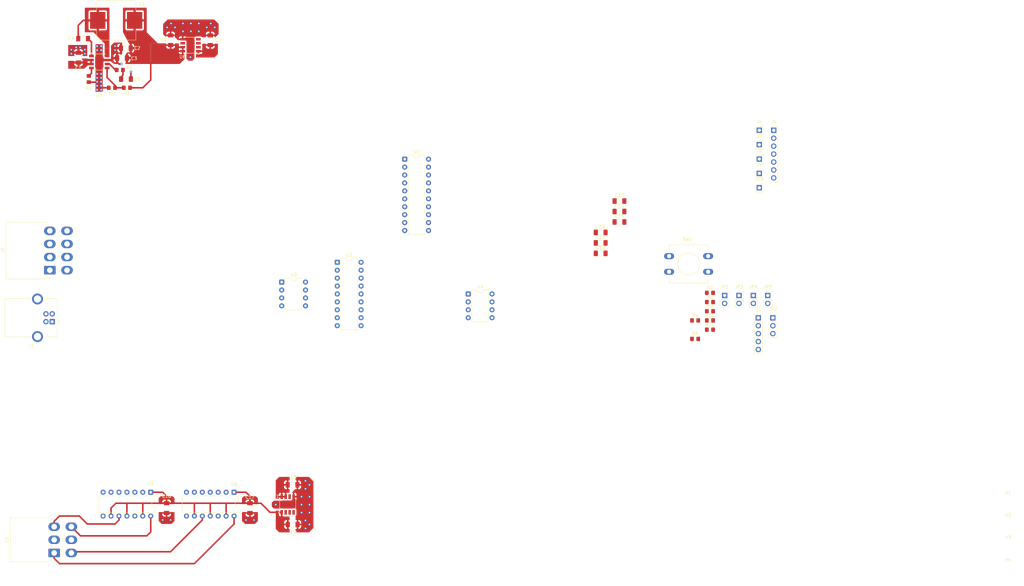
<source format=kicad_pcb>
(kicad_pcb (version 20241229) (generator "pcbnew") (generator_version "9.0")
  (layers (0 "F.Cu" signal) (2 "B.Cu" power) (13 "F.Paste" user) (15 "B.Paste" user) (5 "F.SilkS" user "F.Silkscreen") (7 "B.SilkS" user "B.Silkscreen") (1 "F.Mask" user) (3 "B.Mask" user) (25 "Edge.Cuts" user))
  (net 0 "")
  (net 1 "+12V")
  (net 2 "GND")
  (net 3 "+6.5V")
  (net 4 "Net-(U5-BST)")
  (net 5 "Net-(U5-SW)")
  (net 6 "Net-(C5-Pad2)")
  (net 7 "+5V")
  (net 8 "+5VA")
  (net 9 "Net-(U1-Vusb3v3)")
  (net 10 "Net-(JP1-A)")
  (net 12 "/USB_D+")
  (net 13 "VBUS")
  (net 15 "/USB_D-")
  (net 16 "/CAN_L")
  (net 17 "/Tach")
  (net 18 "/Speed")
  (net 19 "/CAN_H")
  (net 20 "/AN1")
  (net 21 "/AN4")
  (net 22 "/AN2")
  (net 23 "/AN3")
  (net 24 "/ICSP_~{MCLR}")
  (net 25 "/ICSP_CLK")
  (net 26 "/ICSP_DAT")
  (net 27 "/DAC1_~{CS}")
  (net 28 "/MISO")
  (net 29 "/ROM_~{CS}")
  (net 30 "/DAC2_~{CS}")
  (net 31 "/SCK")
  (net 32 "/MOSI")
  (net 33 "/CAN_~{CS}")
  (net 34 "/INT")
  (net 35 "Net-(JP2-A)")
  (net 36 "Net-(JP5-B)")
  (net 37 "Net-(U5-FB)")
  (net 38 "Net-(U5-RT{slash}CLK)")
  (net 39 "/~{MCLR}")
  (net 40 "Net-(U5-COMP)")
  (net 43 "/CLK")
  (net 44 "Net-(U2-RXCAN)")
  (net 49 "Net-(U2-TXCAN)")
  (footprint "Connector_PinSocket_2.54mm:PinSocket_1x02_P2.54mm_Vertical" (layer "F.Cu") (at 268.575 135.1)
    (property "Reference" "JP5")
    (property "Value" "Term")
  )
  (footprint "Package_DIP:DIP-14_W7.62mm" (layer "F.Cu") (at 97.79 198.12 -90)
    (property "Reference" "U8")
    (property "Value" "MCP4912" (hide yes))
  )
  (footprint "Capacitor_SMD:C_1206_3216Metric_Pad1.33x1.80mm_HandSolder" (layer "F.Cu") (at 221.115 111.55)
    (property "Reference" "C15")
    (property "Value" "100n")
  )
  (footprint "Connector_PinSocket_2.54mm:PinSocket_1x02_P2.54mm_Vertical" (layer "F.Cu") (at 259.375 135.1)
    (property "Reference" "JP3")
    (property "Value" "USB_PWR")
  )
  (footprint "Capacitor_SMD:C_1206_3216Metric_Pad1.33x1.80mm_HandSolder" (layer "F.Cu") (at 221.115 104.85)
    (property "Reference" "C13")
    (property "Value" "100n")
  )
  (footprint "Connector_PinHeader_2.54mm:PinHeader_1x05_P2.54mm_Vertical" (layer "F.Cu") (at 265.555 142.25)
    (property "Reference" "J4")
    (property "Value" "ICSP")
  )
  (footprint "Capacitor_SMD:C_1206_3216Metric_Pad1.33x1.80mm_HandSolder" (layer "F.Cu") (at 76.2 203.2 -90)
    (property "Reference" "C16")
    (property "Value" "100n" (hide yes))
  )
  (footprint "Connector_PinSocket_2.54mm:PinSocket_1x03_P2.54mm_Vertical" (layer "F.Cu") (at 270.205 142.25)
    (property "Reference" "JP2")
    (property "Value" "Prog")
  )
  (footprint "Connector_PinSocket_2.54mm:PinSocket_1x07_P2.54mm_Vertical" (layer "F.Cu") (at 270.475 82.2)
    (property "Reference" "J5")
    (property "Value" "SPI debug")
  )
  (footprint "Resistor_SMD:R_0805_2012Metric_Pad1.20x1.40mm_HandSolder" (layer "F.Cu") (at 250.075 137.2)
    (property "Reference" "R8")
    (property "Value" "120")
  )
  (footprint "Resistor_SMD:R_0805_2012Metric_Pad1.20x1.40mm_HandSolder" (layer "F.Cu") (at 63.5 68.58)
    (property "Reference" "R1")
    (property "Value" "73k2" (hide yes))
  )
  (footprint "Connector_PinSocket_2.54mm:PinSocket_1x02_P2.54mm_Vertical" (layer "F.Cu") (at 254.775 135.1)
    (property "Reference" "JP1")
    (property "Value" "~{Prog}")
  )
  (footprint "Capacitor_SMD:C_1206_3216Metric_Pad1.33x1.80mm_HandSolder" (layer "F.Cu") (at 49.4915 52.832)
    (property "Reference" "C4")
    (property "Value" "100n" (hide yes))
  )
  (footprint "Capacitor_SMD:C_1206_3216Metric_Pad1.33x1.80mm_HandSolder" (layer "F.Cu") (at 215.105 121.6)
    (property "Reference" "C12")
    (property "Value" "100n")
  )
  (footprint "Capacitor_SMD:C_1206_3216Metric_Pad1.33x1.80mm_HandSolder" (layer "F.Cu") (at 215.105 118.25)
    (property "Reference" "C11")
    (property "Value" "1u")
  )
  (footprint "Package_DIP:DIP-8_W7.62mm" (layer "F.Cu") (at 172.72 134.62)
    (property "Reference" "U4")
    (property "Value" "25LC160C")
  )
  (footprint "Resistor_SMD:R_0805_2012Metric_Pad1.20x1.40mm_HandSolder" (layer "F.Cu") (at 250.075 143.1)
    (property "Reference" "R10")
    (property "Value" "10k")
  )
  (footprint "Capacitor_SMD:C_1206_3216Metric_Pad1.33x1.80mm_HandSolder" (layer "F.Cu") (at 77.47 53.34 90)
    (property "Reference" "C6")
    (property "Value" "22u" (hide yes))
  )
  (footprint "Connector_PinSocket_2.54mm:PinSocket_1x01_P2.54mm_Vertical" (layer "F.Cu") (at 265.875 96)
    (property "Reference" "J9")
    (property "Value" "Conn_01x01_Socket")
  )
  (footprint "Capacitor_SMD:C_1206_3216Metric_Pad1.33x1.80mm_HandSolder" (layer "F.Cu") (at 63.2075 65.786 180)
    (property "Reference" "C5")
    (property "Value" "100n" (hide yes))
  )
  (footprint "Resistor_SMD:R_0805_2012Metric_Pad1.20x1.40mm_HandSolder" (layer "F.Cu") (at 51.308 65.77 -90)
    (property "Reference" "R3")
    (property "Value" "50k" (hide yes))
  )
  (footprint "Button_Switch_THT:SW_PUSH-12mm" (layer "F.Cu") (at 237 122.5)
    (property "Reference" "SW1")
    (property "Value" "Reset")
  )
  (footprint "Resistor_SMD:R_0805_2012Metric_Pad1.20x1.40mm_HandSolder" (layer "F.Cu") (at 58.69 68.58)
    (property "Reference" "R2")
    (property "Value" "10k" (hide yes))
  )
  (footprint "Connector_PinSocket_2.54mm:PinSocket_1x01_P2.54mm_Vertical" (layer "F.Cu") (at 265.875 86.8)
    (property "Reference" "J7")
    (property "Value" "Conn_01x01_Socket")
  )
  (footprint "Connector_Molex:Molex_Mini-Fit_Jr_5569-06A2_2x03_P4.20mm_Horizontal" (layer "F.Cu") (at 40.22 217.56 90)
    (property "Reference" "J3")
    (property "Value" "Analog")
  )
  (footprint "Resistor_SMD:R_0805_2012Metric_Pad1.20x1.40mm_HandSolder" (layer "F.Cu") (at 250.075 146.05)
    (property "Reference" "R11")
    (property "Value" "10k")
  )
  (footprint "Connector_Molex:Molex_Mini-Fit_Jr_5569-08A2_2x04_P4.20mm_Horizontal" (layer "F.Cu") (at 38.835 127 90)
    (property "Reference" "J2")
    (property "Value" "Conn_02x04_Top_Bottom")
  )
  (footprint "Capacitor_SMD:C_1206_3216Metric_Pad1.33x1.80mm_HandSolder" (layer "F.Cu") (at 221.115 108.2)
    (property "Reference" "C14")
    (property "Value" "100n")
  )
  (footprint "Resistor_SMD:R_0805_2012Metric_Pad1.20x1.40mm_HandSolder" (layer "F.Cu") (at 61.23 62.865 180)
    (property "Reference" "R5")
    (property "Value" "12k" (hide yes))
  )
  (footprint "Package_DIP:DIP-14_W7.62mm" (layer "F.Cu") (at 71.12 198.12 -90)
    (property "Reference" "U9")
    (property "Value" "MCP4912" (hide yes))
  )
  (footprint "Connector_USB:USB_B_OST_USB-B1HSxx_Horizontal" (layer "F.Cu") (at 39.5975 143.49 180)
    (property "Reference" "J1")
    (property "Value" "USB_B")
  )
  (footprint "Capacitor_SMD:C_1206_3216Metric_Pad1.33x1.80mm_HandSolder" (layer "F.Cu") (at 116.4975 195.73875)
    (property "Reference" "C8")
    (property "Value" "22u" (hide yes))
  )
  (footprint "MountingHole:MountingHole_3.2mm_M3_DIN965" (layer "F.Cu") (at 345.44 209.22)
    (property "Reference" "H2")
    (property "Value" "MountingHole")
  )
  (footprint "MountingHole:MountingHole_3.2mm_M3_DIN965" (layer "F.Cu") (at 345.44 216.37)
    (property "Reference" "H3")
    (property "Value" "MountingHole")
  )
  (footprint "Package_SO:Diodes_SO-8EP" (layer "F.Cu") (at 114.935 202.04625 90)
    (property "Reference" "U7")
    (property "Value" "AP7375Q" (hide yes))
  )
  (footprint "Connector_PinSocket_2.54mm:PinSocket_1x01_P2.54mm_Vertical" (layer "F.Cu") (at 265.875 100.6)
    (property "Reference" "J10")
    (property "Value" "Conn_01x01_Socket")
  )
  (footprint "MountingHole:MountingHole_3.2mm_M3_DIN965" (layer "F.Cu") (at 345.44 223.52)
    (property "Reference" "H4")
    (property "Value" "MountingHole")
  )
  (footprint "Connector_PinSocket_2.54mm:PinSocket_1x02_P2.54mm_Vertical" (layer "F.Cu") (at 263.975 135.1)
    (property "Reference" "JP4")
    (property "Value" "USB_PWR")
  )
  (footprint "Capacitor_SMD:C_1206_3216Metric_Pad1.33x1.80mm_HandSolder" (layer "F.Cu") (at 48.006 58.928 90)
    (property "Reference" "C1")
    (property "Value" "22u" (hide yes))
  )
  (footprint "Connector_PinSocket_2.54mm:PinSocket_1x01_P2.54mm_Vertical" (layer "F.Cu") (at 265.875 82.2)
    (property "Reference" "J6")
    (property "Value" "Conn_01x01_Socket")
  )
  (footprint "Package_DIP:DIP-20_W7.62mm" (layer "F.Cu") (at 152.4 91.44)
    (property "Reference" "U1")
    (property "Value" "PIC16F1459-IP")
  )
  (footprint "Package_SO:Diodes_SO-8EP" (layer "F.Cu") (at 54.6525 60.325)
    (property "Reference" "U5")
    (property "Value" "AP64100Q" (hide yes))
  )
  (footprint "Resistor_SMD:R_0805_2012Metric_Pad1.20x1.40mm_HandSolder" (layer "F.Cu") (at 250.075 140.15)
    (property "Reference" "R9")
    (property "Value" "10k")
  )
  (footprint "Inductor_SMD:L_Wuerth_WE-PD-Typ-LS_Handsoldering" (layer "F.Cu") (at 60.071 46.99)
    (property "Reference" "L1")
    (property "Value" "15u" (hide yes))
  )
  (footprint "Package_DIP:DIP-18_W7.62mm" (layer "F.Cu") (at 130.815 124.46)
    (property "Reference" "U2")
    (property "Value" "MCP2515-I/P")
  )
  (footprint "Capacitor_SMD:C_1206_3216Metric_Pad1.33x1.80mm_HandSolder" (layer "F.Cu") (at 61.9375 59.055)
    (property "Reference" "C3")
    (property "Value" "22u" (hide yes))
  )
  (footprint "Resistor_SMD:R_0805_2012Metric_Pad1.20x1.40mm_HandSolder" (layer "F.Cu") (at 250.075 134.25)
    (property "Reference" "R7")
    (property "Value" "10k")
  )
  (footprint "Capacitor_SMD:C_1206_3216Metric_Pad1.33x1.80mm_HandSolder" (layer "F.Cu") (at 215.105 114.9)
    (property "Reference" "C10")
    (property "Value" "100n")
  )
  (footprint "Capacitor_SMD:C_1206_3216Metric_Pad1.33x1.80mm_HandSolder" (layer "F.Cu") (at 63.1575 55.88)
    (property "Reference" "C2")
    (property "Value" "22u" (hide yes))
  )
  (footprint "Connector_PinSocket_2.54mm:PinSocket_1x01_P2.54mm_Vertical" (layer "F.Cu") (at 265.875 91.4)
    (property "Reference" "J8")
    (property "Value" "Conn_01x01_Socket")
  )
  (footprint "Resistor_SMD:R_0805_2012Metric_Pad1.20x1.40mm_HandSolder" (layer "F.Cu") (at 245.325 149)
    (property "Reference" "R6")
    (property "Value" "10k")
  )
  (footprint "Capacitor_SMD:C_1206_3216Metric_Pad1.33x1.80mm_HandSolder" (layer "F.Cu") (at 116.5475 208.43875)
    (property "Reference" "C9")
    (property "Value" "22u" (hide yes))
  )
  (footprint "MountingHole:MountingHole_3.2mm_M3_DIN965" (layer "F.Cu") (at 345.44 202.07)
    (property "Reference" "H1")
    (property "Value" "MountingHole")
  )
  (footprint "Package_DIP:DIP-8_W7.62mm" (layer "F.Cu") (at 113.035 130.81)
    (property "Reference" "U3")
    (property "Value" "MCP2561-E-P")
  )
  (footprint "Capacitor_SMD:C_1206_3216Metric_Pad1.33x1.80mm_HandSolder" (layer "F.Cu") (at 102.87 203.2 -90)
    (property "Reference" "C17")
    (property "Value" "100n" (hide yes))
  )
  (footprint "Capacitor_SMD:C_1206_3216Metric_Pad1.33x1.80mm_HandSolder" (layer "F.Cu") (at 90.17 53.34 90)
    (property "Reference" "C7")
    (property "Value" "22u" (hide yes))
  )
  (footprint "Package_SO:Diodes_SO-8EP" (layer "F.Cu") (at 83.8625 54.9525 180)
    (property "Reference" "U6")
    (property "Value" "AP7375Q" (hide yes))
  )
  (footprint "Resistor_SMD:R_0805_2012Metric_Pad1.20x1.40mm_HandSolder" (layer "F.Cu") (at 245.325 143.1)
    (property "Reference" "R4")
    (property "Value" "220")
  )
  (segment (start 61.722 60.96) (end 60.96 60.96) (width 0.508) (layer "F.Cu") (net 2))
  (segment (start 53.88 66.77) (end 53.975 66.675) (width 0.508) (layer "F.Cu") (net 2))
  (segment (start 57.69 68.58) (end 55.88 68.58) (width 0.508) (layer "F.Cu") (net 2))
  (segment (start 60.96 60.96) (end 60.375 60.375) (width 0.508) (layer "F.Cu") (net 2))
  (segment (start 60.375 60.375) (end 60.375 59.055) (width 0.508) (layer "F.Cu") (net 2))
  (segment (start 55.88 68.58) (end 55.245 67.945) (width 0.508) (layer "F.Cu") (net 2))
  (segment (start 64.77 65.786) (end 64.77 63.5) (width 0.508) (layer "F.Cu") (net 2))
  (segment (start 51.308 66.77) (end 53.88 66.77) (width 0.508) (layer "F.Cu") (net 2))
  (via (at 121.92 199.54875) (size 0.8128) (drill 0.4) (layers "F.Cu" "B.Cu") (net 2))
  (via (at 74.93 207.01) (size 0.8128) (drill 0.4) (layers "F.Cu" "B.Cu") (net 2))
  (via (at 47.244 55.626) (size 0.8128) (drill 0.4) (layers "F.Cu" "B.Cu") (net 2))
  (via (at 55.245 69.215) (size 0.8128) (drill 0.4) (layers "F.Cu" "B.Cu") (net 2))
  (via (at 83.97875 50.5075) (size 0.8128) (drill 0.4) (layers "F.Cu" "B.Cu") (net 2))
  (via (at 53.975 69.215) (size 0.8128) (drill 0.4) (layers "F.Cu" "B.Cu") (net 2))
  (via (at 120.65 194.46875) (size 0.8128) (drill 0.4) (layers "F.Cu" "B.Cu") (net 2))
  (via (at 53.975 56.515) (size 0.8128) (drill 0.4) (layers "F.Cu" "B.Cu") (net 2))
  (via (at 76.35875 49.2375) (size 0.8128) (drill 0.4) (layers "F.Cu" "B.Cu") (net 2))
  (via (at 119.38 199.54875) (size 0.8128) (drill 0.4) (layers "F.Cu" "B.Cu") (net 2))
  (via (at 86.51875 47.9675) (size 0.8128) (drill 0.4) (layers "F.Cu" "B.Cu") (net 2))
  (via (at 53.975 65.405) (size 0.8128) (drill 0.4) (layers "F.Cu" "B.Cu") (net 2))
  (via (at 86.51875 50.5075) (size 0.8128) (drill 0.4) (layers "F.Cu" "B.Cu") (net 2))
  (via (at 120.65 209.70875) (size 0.8128) (drill 0.4) (layers "F.Cu" "B.Cu") (net 2))
  (via (at 59.69 55.245) (size 0.8128) (drill 0.4) (layers "F.Cu" "B.Cu") (net 2))
  (via (at 91.59875 49.2375) (size 0.8128) (drill 0.4) (layers "F.Cu" "B.Cu") (net 2))
  (via (at 55.245 56.515) (size 0.8128) (drill 0.4) (layers "F.Cu" "B.Cu") (net 2))
  (via (at 121.92 208.43875) (size 0.8128) (drill 0.4) (layers "F.Cu" "B.Cu") (net 2))
  (via (at 81.43875 50.5075) (size 0.8128) (drill 0.4) (layers "F.Cu" "B.Cu") (net 2))
  (via (at 55.245 67.945) (size 0.8128) (drill 0.4) (layers "F.Cu" "B.Cu") (net 2))
  (via (at 120.65 207.16875) (size 0.8128) (drill 0.4) (layers "F.Cu" "B.Cu") (net 2))
  (via (at 45.72 57.658) (size 0.8128) (drill 0.4) (layers "F.Cu" "B.Cu") (net 2))
  (via (at 78.89875 49.2375) (size 0.8128) (drill 0.4) (layers "F.Cu" "B.Cu") (net 2))
  (via (at 120.65 197.00875) (size 0.8128) (drill 0.4) (layers "F.Cu" "B.Cu") (net 2))
  (via (at 101.6 207.01) (size 0.8128) (drill 0.4) (layers "F.Cu" "B.Cu") (net 2))
  (via (at 55.245 66.675) (size 0.8128) (drill 0.4) (layers "F.Cu" "B.Cu") (net 2))
  (via (at 61.722 60.96) (size 0.8128) (drill 0.4) (layers "F.Cu" "B.Cu") (net 2))
  (via (at 45.72 56.388) (size 0.8128) (drill 0.4) (layers "F.Cu" "B.Cu") (net 2))
  (via (at 119.38 204.62875) (size 0.8128) (drill 0.4) (layers "F.Cu" "B.Cu") (net 2))
  (via (at 55.245 65.405) (size 0.8128) (drill 0.4) (layers "F.Cu" "B.Cu") (net 2))
  (via (at 119.38 202.08875) (size 0.8128) (drill 0.4) (layers "F.Cu" "B.Cu") (net 2))
  (via (at 83.97875 47.9675) (size 0.8128) (drill 0.4) (layers "F.Cu" "B.Cu") (net 2))
  (via (at 121.92 195.73875) (size 0.8128) (drill 0.4) (layers "F.Cu" "B.Cu") (net 2))
  (via (at 59.69 56.515) (size 0.8128) (drill 0.4) (layers "F.Cu" "B.Cu") (net 2))
  (via (at 50.038 56.388) (size 0.8128) (drill 0.4) (layers "F.Cu" "B.Cu") (net 2))
  (via (at 53.975 67.945) (size 0.8128) (drill 0.4) (layers "F.Cu" "B.Cu") (net 2))
  (via (at 50.038 57.658) (size 0.8128) (drill 0.4) (layers "F.Cu" "B.Cu") (net 2))
  (via (at 121.92 202.08875) (size 0.8128) (drill 0.4) (layers "F.Cu" "B.Cu") (net 2))
  (via (at 53.975 66.675) (size 0.8128) (drill 0.4) (layers "F.Cu" "B.Cu") (net 2))
  (via (at 90.32875 47.9675) (size 0.8128) (drill 0.4) (layers "F.Cu" "B.Cu") (net 2))
  (via (at 77.62875 47.9675) (size 0.8128) (drill 0.4) (layers "F.Cu" "B.Cu") (net 2))
  (via (at 48.514 55.626) (size 0.8128) (drill 0.4) (layers "F.Cu" "B.Cu") (net 2))
  (via (at 77.47 207.01) (size 0.8128) (drill 0.4) (layers "F.Cu" "B.Cu") (net 2))
  (via (at 64.77 63.5) (size 0.8128) (drill 0.4) (layers "F.Cu" "B.Cu") (net 2))
  (via (at 83.82 58.7625) (size 0.8128) (drill 0.4) (layers "F.Cu" "B.Cu") (net 2))
  (via (at 104.14 207.01) (size 0.8128) (drill 0.4) (layers "F.Cu" "B.Cu") (net 2))
  (via (at 53.975 64.135) (size 0.8128) (drill 0.4) (layers "F.Cu" "B.Cu") (net 2))
  (via (at 53.975 55.245) (size 0.8128) (drill 0.4) (layers "F.Cu" "B.Cu") (net 2))
  (via (at 121.92 204.62875) (size 0.8128) (drill 0.4) (layers "F.Cu" "B.Cu") (net 2))
  (via (at 55.245 64.135) (size 0.8128) (drill 0.4) (layers "F.Cu" "B.Cu") (net 2))
  (via (at 89.05875 49.2375) (size 0.8128) (drill 0.4) (layers "F.Cu" "B.Cu") (net 2))
  (via (at 81.43875 47.9675) (size 0.8128) (drill 0.4) (layers "F.Cu" "B.Cu") (net 2))
  (via (at 111.125 202.08875) (size 0.8128) (drill 0.4) (layers "F.Cu" "B.Cu") (net 2))
  (via (at 55.245 55.245) (size 0.8128) (drill 0.4) (layers "F.Cu" "B.Cu") (net 2))
  (segment (start 68.58 68.58) (end 71.12 66.04) (width 0.508) (layer "F.Cu") (net 3))
  (segment (start 71.12 60.706) (end 69.469 59.055) (width 0.508) (layer "F.Cu") (net 3))
  (segment (start 64.5 68.58) (end 68.58 68.58) (width 0.508) (layer "F.Cu") (net 3))
  (segment (start 69.469 59.055) (end 63.5 59.055) (width 0.508) (layer "F.Cu") (net 3))
  (segment (start 71.12 66.04) (end 71.12 60.706) (width 0.508) (layer "F.Cu") (net 3))
  (segment (start 52.155 53.933) (end 51.054 52.832) (width 0.508) (layer "F.Cu") (net 4))
  (segment (start 52.155 58.42) (end 52.155 53.933) (width 0.508) (layer "F.Cu") (net 4))
  (segment (start 49.53 46.99) (end 54.171 46.99) (width 0.508) (layer "F.Cu") (net 5))
  (segment (start 47.929 48.591) (end 49.53 46.99) (width 0.508) (layer "F.Cu") (net 5))
  (segment (start 47.929 52.832) (end 47.929 48.591) (width 0.508) (layer "F.Cu") (net 5))
  (segment (start 62.23 64.516) (end 62.23 62.865) (width 0.508) (layer "F.Cu") (net 6))
  (segment (start 61.645 65.786) (end 61.645 65.101) (width 0.508) (layer "F.Cu") (net 6))
  (segment (start 61.645 65.101) (end 62.23 64.516) (width 0.508) (layer "F.Cu") (net 6))
  (segment (start 59.9825 201.6375) (end 58.42 203.2) (width 0.508) (layer "F.Cu") (net 8))
  (segment (start 95.25 205.74) (end 95.25 201.6375) (width 0.508) (layer "F.Cu") (net 8))
  (segment (start 109.29375 204.54375) (end 106.3875 201.6375) (width 0.508) (layer "F.Cu") (net 8))
  (segment (start 68.58 205.74) (end 68.58 201.6375) (width 0.508) (layer "F.Cu") (net 8))
  (segment (start 76.2 199.39) (end 76.2 201.6375) (width 0.508) (layer "F.Cu") (net 8))
  (segment (start 102.87 199.39) (end 102.87 201.6375) (width 0.508) (layer "F.Cu") (net 8))
  (segment (start 71.12 198.12) (end 74.93 198.12) (width 0.508) (layer "F.Cu") (net 8))
  (segment (start 74.93 198.12) (end 76.2 199.39) (width 0.508) (layer "F.Cu") (net 8))
  (segment (start 63.5 201.6375) (end 59.9825 201.6375) (width 0.508) (layer "F.Cu") (net 8))
  (segment (start 95.25 201.6375) (end 90.17 201.6375) (width 0.508) (layer "F.Cu") (net 8))
  (segment (start 68.58 201.6375) (end 63.5 201.6375) (width 0.508) (layer "F.Cu") (net 8))
  (segment (start 102.87 201.6375) (end 95.25 201.6375) (width 0.508) (layer "F.Cu") (net 8))
  (segment (start 90.17 201.6375) (end 85.09 201.6375) (width 0.508) (layer "F.Cu") (net 8))
  (segment (start 97.79 198.12) (end 101.6 198.12) (width 0.508) (layer "F.Cu") (net 8))
  (segment (start 85.09 205.74) (end 85.09 201.6375) (width 0.508) (layer "F.Cu") (net 8))
  (segment (start 101.6 198.12) (end 102.87 199.39) (width 0.508) (layer "F.Cu") (net 8))
  (segment (start 106.3875 201.6375) (end 102.87 201.6375) (width 0.508) (layer "F.Cu") (net 8))
  (segment (start 58.42 203.2) (end 58.42 205.74) (width 0.508) (layer "F.Cu") (net 8))
  (segment (start 76.2 201.6375) (end 68.58 201.6375) (width 0.508) (layer "F.Cu") (net 8))
  (segment (start 85.09 201.6375) (end 76.2 201.6375) (width 0.508) (layer "F.Cu") (net 8))
  (segment (start 63.5 205.74) (end 63.5 201.6375) (width 0.508) (layer "F.Cu") (net 8))
  (segment (start 113.03 204.54375) (end 109.29375 204.54375) (width 0.508) (layer "F.Cu") (net 8))
  (segment (start 90.17 205.74) (end 90.17 201.6375) (width 0.508) (layer "F.Cu") (net 8))
  (segment (start 97.79 205.74) (end 97.79 208.28) (width 0.508) (layer "F.Cu") (net 20))
  (segment (start 85.09 220.98) (end 41.91 220.98) (width 0.508) (layer "F.Cu") (net 20))
  (segment (start 40.22 219.29) (end 40.22 217.56) (width 0.508) (layer "F.Cu") (net 20))
  (segment (start 41.91 220.98) (end 40.22 219.29) (width 0.508) (layer "F.Cu") (net 20))
  (segment (start 97.79 208.28) (end 85.09 220.98) (width 0.508) (layer "F.Cu") (net 20))
  (segment (start 48.26 205.74) (end 41.91 205.74) (width 0.508) (layer "F.Cu") (net 21))
  (segment (start 50.8 208.28) (end 48.26 205.74) (width 0.508) (layer "F.Cu") (net 21))
  (segment (start 41.91 205.74) (end 40.22 207.43) (width 0.508) (layer "F.Cu") (net 21))
  (segment (start 60.96 207.01) (end 59.69 208.28) (width 0.508) (layer "F.Cu") (net 21))
  (segment (start 40.22 207.43) (end 40.22 209.16) (width 0.508) (layer "F.Cu") (net 21))
  (segment (start 59.69 208.28) (end 50.8 208.28) (width 0.508) (layer "F.Cu") (net 21))
  (segment (start 60.96 205.74) (end 60.96 207.01) (width 0.508) (layer "F.Cu") (net 21))
  (segment (start 87.63 205.74) (end 87.63 207.01) (width 0.508) (layer "F.Cu") (net 22))
  (segment (start 46.11 217.17) (end 45.72 217.56) (width 0.508) (layer "F.Cu") (net 22))
  (segment (start 87.63 207.01) (end 77.47 217.17) (width 0.508) (layer "F.Cu") (net 22))
  (segment (start 77.47 217.17) (end 46.11 217.17) (width 0.508) (layer "F.Cu") (net 22))
  (segment (start 69.85 212.09) (end 48.65 212.09) (width 0.508) (layer "F.Cu") (net 23))
  (segment (start 71.12 205.74) (end 71.12 210.82) (width 0.508) (layer "F.Cu") (net 23))
  (segment (start 48.65 212.09) (end 45.72 209.16) (width 0.508) (layer "F.Cu") (net 23))
  (segment (start 71.12 210.82) (end 69.85 212.09) (width 0.508) (layer "F.Cu") (net 23))
  (segment (start 59.69 67.818) (end 57.15 65.278) (width 0.508) (layer "F.Cu") (net 37))
  (segment (start 59.69 68.58) (end 59.69 67.818) (width 0.508) (layer "F.Cu") (net 37))
  (segment (start 59.69 68.58) (end 62.5 68.58) (width 0.508) (layer "F.Cu") (net 37))
  (segment (start 57.15 65.278) (end 57.15 62.23) (width 0.508) (layer "F.Cu") (net 37))
  (segment (start 52.155 63.923) (end 51.308 64.77) (width 0.508) (layer "F.Cu") (net 38))
  (segment (start 52.155 62.23) (end 52.155 63.923) (width 0.508) (layer "F.Cu") (net 38))
  (segment (start 57.912 60.96) (end 59.817 62.865) (width 0.508) (layer "F.Cu") (net 40))
  (segment (start 59.817 62.865) (end 60.23 62.865) (width 0.508) (layer "F.Cu") (net 40))
  (segment (start 57.15 60.96) (end 57.912 60.96) (width 0.508) (layer "F.Cu") (net 40))
  (zone (net 7) (net_name "+5V") (layer "F.Cu") (priority 9) (connect_pads (clearance 0.5)) (min_thickness 0.25) (fill yes (thermal_gap 0.508) (thermal_bridge_width 0.508) (island_removal_mode 1) (island_area_min 9.999999))
    (polygon (pts (xy 92.61475 54.4445) (xy 92.61475 57.77825) (xy 91.5035 58.8895) (xy 85.62975 58.8895) (xy 85.62975 56.3495) (xy 87.53475 56.3495) (xy 87.53475 54.4445)))
  )
  (zone (net 2) (net_name "GND") (layer "F.Cu") (priority 12) (connect_pads (clearance 0.5)) (min_thickness 0.25) (fill yes (thermal_gap 0.508) (thermal_bridge_width 0.508) (island_removal_mode 1) (island_area_min 9.999999))
    (polygon (pts (xy 100.33 204.47) (xy 105.41 204.47) (xy 105.41 207.3275) (xy 104.4575 208.28) (xy 101.2825 208.28) (xy 100.33 207.3275)))
  )
  (zone (net 2) (net_name "GND") (layer "F.Cu") (priority 7) (connect_pads yes (clearance 0.5)) (min_thickness 0.25) (fill yes (thermal_gap 0.508) (thermal_bridge_width 0.762) (island_removal_mode 1) (island_area_min 9.999999))
    (polygon (pts (xy 109.855 202.72375) (xy 110.49 203.35875) (xy 120.65 203.35875) (xy 120.65 198.27875) (xy 116.205 198.27875) (xy 116.205 200.81875) (xy 110.49 200.81875) (xy 109.855 201.45375)))
  )
  (zone (net 5) (net_name "Net-(U5-SW)") (layer "F.Cu") (priority 4) (connect_pads (clearance 0.5)) (min_thickness 0.25) (fill yes (thermal_gap 0.508) (thermal_bridge_width 0.762) (island_removal_mode 1) (island_area_min 9.999999))
    (polygon (pts (xy 56.388 55.88) (xy 56.388 54.492769) (xy 52.832 50.8) (xy 50.038 50.8) (xy 50.038 42.926) (xy 57.912 42.926) (xy 57.912 55.88)))
  )
  (zone (net 8) (net_name "+5VA") (layer "F.Cu") (priority 11) (connect_pads (clearance 0.5)) (min_thickness 0.25) (fill yes (thermal_gap 0.508) (thermal_bridge_width 0.508) (island_removal_mode 1) (island_area_min 9.999999))
    (polygon (pts (xy 100.33 201.93) (xy 105.41 201.93) (xy 105.41 200.025) (xy 104.775 199.39) (xy 100.965 199.39) (xy 100.33 200.025)))
  )
  (zone (net 2) (net_name "GND") (layer "F.Cu") (priority 8) (connect_pads (clearance 0.5)) (min_thickness 0.25) (fill yes (thermal_gap 0.508) (thermal_bridge_width 0.508) (island_removal_mode 1) (island_area_min 9.999999))
    (polygon (pts (xy 91.797188 52.4125) (xy 92.86875 51.340938) (xy 92.86875 48.12625) (xy 91.44 46.6975) (xy 76.5175 46.6975) (xy 75.08875 48.12625) (xy 75.08875 51.46) (xy 76.04125 52.4125) (xy 78.89875 52.4125) (xy 80.16875 53.6825) (xy 82.07375 53.6825) (xy 82.07375 52.4125)))
  )
  (zone (net 2) (net_name "GND") (layer "F.Cu") (connect_pads (clearance 0.5)) (min_thickness 0.25) (fill yes (thermal_gap 0.508) (thermal_bridge_width 0.762) (island_removal_mode 1) (island_area_min 9.999999))
    (polygon (pts (xy 44.704 58.42) (xy 44.704 54.864) (xy 50.8 54.864) (xy 50.8 58.42)))
  )
  (zone (net 2) (net_name "GND") (layer "F.Cu") (priority 7) (connect_pads yes (clearance 0.5)) (min_thickness 0.25) (fill yes (thermal_gap 0.508) (thermal_bridge_width 0.762) (island_removal_mode 1) (island_area_min 9.999999))
    (polygon (pts (xy 84.455 59.9055) (xy 85.09 59.2705) (xy 85.09 49.1105) (xy 80.01 49.1105) (xy 80.01 53.5555) (xy 82.55 53.5555) (xy 82.55 59.2705) (xy 83.185 59.9055)))
  )
  (zone (net 2) (net_name "GND") (layer "F.Cu") (priority 12) (connect_pads (clearance 0.5)) (min_thickness 0.25) (fill yes (thermal_gap 0.508) (thermal_bridge_width 0.508) (island_removal_mode 1) (island_area_min 9.999999))
    (polygon (pts (xy 73.66 204.47) (xy 78.74 204.47) (xy 78.74 207.3275) (xy 77.7875 208.28) (xy 74.6125 208.28) (xy 73.66 207.3275)))
  )
  (zone (net 3) (net_name "+6.5V") (layer "F.Cu") (priority 10) (connect_pads (clearance 0.5)) (min_thickness 0.25) (fill yes (thermal_gap 0.508) (thermal_bridge_width 0.508) (island_removal_mode 1) (island_area_min 9.999999))
    (polygon (pts (xy 71.12 54.356) (xy 80.264 54.356) (xy 80.264 54.864) (xy 81.915 54.864) (xy 81.915 59.436) (xy 80.391 60.96) (xy 71.12 60.96)))
  )
  (zone (net 2) (net_name "GND") (layer "F.Cu") (priority 2) (connect_pads (clearance 0.5)) (min_thickness 0.25) (fill yes (thermal_gap 0.508) (thermal_bridge_width 0.762))
    (polygon (pts (xy 56.642 59.182) (xy 57.9755 59.182) (xy 58.42 58.7375) (xy 58.42 55.0545) (xy 59.3725 54.102) (xy 61.976 54.102) (xy 61.976 57.912) (xy 60.96 57.912) (xy 60.96 60.579) (xy 60.579 60.96) (xy 59.436 60.96) (xy 58.42 60.198) (xy 56.642 60.198)))
  )
  (zone (net 2) (net_name "GND") (layer "F.Cu") (priority 8) (connect_pads (clearance 0.5)) (min_thickness 0.25) (fill yes (thermal_gap 0.508) (thermal_bridge_width 0.508) (island_removal_mode 1) (island_area_min 9.999999))
    (polygon (pts (xy 117.475 210.97875) (xy 121.76125 210.97875) (xy 123.19 209.55) (xy 123.19 194.6275) (xy 121.76125 193.19875) (xy 117.475 193.19875) (xy 117.475 197.00875) (xy 116.205 198.27875) (xy 116.205 200.18375) (xy 117.475 200.18375)))
  )
  (zone (net 5) (net_name "Net-(U5-SW)") (layer "F.Cu") (priority 3) (connect_pads yes (clearance 0.5)) (min_thickness 0.25) (fill yes (thermal_gap 0.508) (thermal_bridge_width 0.762) (island_removal_mode 1) (island_area_min 9.999999))
    (polygon (pts (xy 56.388 58.928) (xy 57.912 58.928) (xy 57.912 54.61) (xy 56.388 54.61)))
  )
  (zone (net 3) (net_name "+6.5V") (layer "F.Cu") (priority 5) (connect_pads (clearance 0.5)) (min_thickness 0.25) (fill yes (thermal_gap 0.508) (thermal_bridge_width 0.762) (island_removal_mode 1) (island_area_min 9.999999))
    (polygon (pts (xy 62.992 60.96) (xy 62.992 57.912) (xy 64.262 56.642) (xy 64.262 54.573714) (xy 62.23 50.8) (xy 62.23 42.926) (xy 69.85 42.926) (xy 69.85 50.8) (xy 73.406 54.356) (xy 73.406 60.96)))
  )
  (zone (net 8) (net_name "+5VA") (layer "F.Cu") (priority 11) (connect_pads (clearance 0.5)) (min_thickness 0.25) (fill yes (thermal_gap 0.508) (thermal_bridge_width 0.508) (island_removal_mode 1) (island_area_min 9.999999))
    (polygon (pts (xy 73.66 201.93) (xy 78.74 201.93) (xy 78.74 200.025) (xy 78.105 199.39) (xy 74.295 199.39) (xy 73.66 200.025)))
  )
  (zone (net 2) (net_name "GND") (layer "F.Cu") (priority 1) (connect_pads yes (clearance 0.5)) (min_thickness 0.25) (fill yes (thermal_gap 0.3048) (thermal_bridge_width 0.762))
    (polygon (pts (xy 53.467 54.61) (xy 53.467 69.85) (xy 55.753 69.85) (xy 55.753 60.706) (xy 56.134 60.198) (xy 58.039 60.198) (xy 58.039 59.182) (xy 56.134 59.182) (xy 55.753 58.6105) (xy 55.753 54.61)))
  )
  (zone (net 3) (net_name "+6.5V") (layer "F.Cu") (priority 10) (connect_pads (clearance 0.5)) (min_thickness 0.25) (fill yes (thermal_gap 0.508) (thermal_bridge_width 0.508) (island_removal_mode 1) (island_area_min 9.999999))
    (polygon (pts (xy 115.57 193.19875) (xy 115.57 198.27875) (xy 114.935 198.27875) (xy 114.935 200.18375) (xy 111.125 200.18375) (xy 111.125 194.31) (xy 112.23625 193.19875)))
  )
  (zone (net 1) (net_name "+12V") (layer "F.Cu") (priority 6) (connect_pads (clearance 0.5)) (min_thickness 0.25) (fill yes (thermal_gap 0.508) (thermal_bridge_width 0.762) (island_removal_mode 1) (island_area_min 9.999999))
    (polygon (pts (xy 44.704 59.944) (xy 48.006 59.944) (xy 49.275999 59.182) (xy 52.324 59.182) (xy 52.324 61.468) (xy 51.054 61.468) (xy 49.784 62.484) (xy 44.704 62.484)))
  )
  (zone (net 8) (net_name "+5VA") (layer "F.Cu") (priority 9) (connect_pads (clearance 0.5)) (min_thickness 0.25) (fill yes (thermal_gap 0.508) (thermal_bridge_width 0.508) (island_removal_mode 1) (island_area_min 9.999999))
    (polygon (pts (xy 115.57 210.97875) (xy 112.23625 210.97875) (xy 111.125 209.8675) (xy 111.125 203.99375) (xy 113.665 203.99375) (xy 113.665 205.89875) (xy 115.57 205.89875)))
  )
)
</source>
